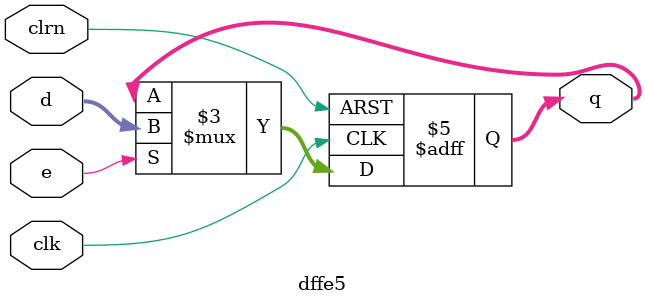
<source format=v>
`timescale 1ns / 1ps


module dffe5(d,clk,clrn,e,q);                         // a 32-bit register
    input      [4:0] d;                                // input d
    input             e;                                // e: enable
    input             clk, clrn;                        // clock and reset
    output reg [4:0] q;                                // output q
    always @(negedge clrn or posedge clk)
        if (!clrn)  q <= 0;                             // q = 0 if reset
        else if (e) q <= d;                             // save d if enabled
endmodule

</source>
